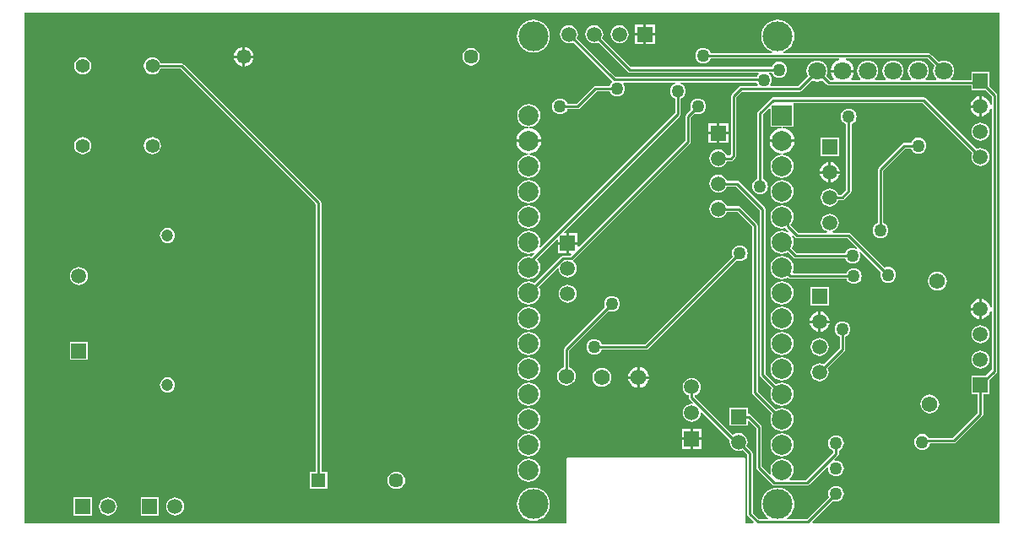
<source format=gbl>
G04*
G04 #@! TF.GenerationSoftware,Altium Limited,Altium Designer,20.0.2 (26)*
G04*
G04 Layer_Physical_Order=2*
G04 Layer_Color=16711680*
%FSLAX44Y44*%
%MOMM*%
G71*
G01*
G75*
%ADD14C,0.2540*%
%ADD39C,1.5700*%
%ADD47C,1.4500*%
%ADD48R,1.4500X1.4500*%
%ADD51C,1.4930*%
%ADD52R,1.4930X1.4930*%
%ADD53C,1.5000*%
%ADD54R,1.5000X1.5000*%
%ADD55C,1.2690*%
%ADD56R,1.5000X1.5000*%
%ADD57R,2.0000X2.0000*%
%ADD58C,2.0000*%
%ADD59C,3.0000*%
%ADD60C,1.8000*%
%ADD61C,1.4000*%
%ADD62C,1.2000*%
%ADD63C,1.2700*%
G36*
X1287780Y758190D02*
X1100422D01*
X1099936Y759363D01*
X1120775Y780202D01*
X1121897Y779737D01*
X1123950Y779467D01*
X1126003Y779737D01*
X1127916Y780530D01*
X1129559Y781791D01*
X1130820Y783434D01*
X1131612Y785347D01*
X1131883Y787400D01*
X1131612Y789453D01*
X1130820Y791366D01*
X1129559Y793009D01*
X1127916Y794270D01*
X1126003Y795062D01*
X1123950Y795333D01*
X1121897Y795062D01*
X1119984Y794270D01*
X1118341Y793009D01*
X1117080Y791366D01*
X1116288Y789453D01*
X1116017Y787400D01*
X1116288Y785347D01*
X1116752Y784225D01*
X1094552Y762025D01*
X1074979D01*
X1074959Y762104D01*
X1074847Y763295D01*
X1077208Y765232D01*
X1079272Y767748D01*
X1080806Y770618D01*
X1081751Y773732D01*
X1082070Y776970D01*
X1081751Y780209D01*
X1080806Y783323D01*
X1079272Y786192D01*
X1077208Y788708D01*
X1074692Y790772D01*
X1071823Y792306D01*
X1068708Y793251D01*
X1065470Y793570D01*
X1062232Y793251D01*
X1059118Y792306D01*
X1056248Y790772D01*
X1053732Y788708D01*
X1051668Y786192D01*
X1050134Y783323D01*
X1049189Y780209D01*
X1048870Y776970D01*
X1049189Y773732D01*
X1050134Y770618D01*
X1051668Y767748D01*
X1053732Y765232D01*
X1056093Y763295D01*
X1055981Y762104D01*
X1055961Y762025D01*
X1046668D01*
X1040435Y768258D01*
Y828040D01*
X1040218Y829129D01*
X1039601Y830051D01*
X1034242Y835411D01*
X1034948Y837115D01*
X1035258Y839470D01*
X1034948Y841825D01*
X1034039Y844019D01*
X1032593Y845903D01*
X1030709Y847349D01*
X1028515Y848258D01*
X1026160Y848568D01*
X1023805Y848258D01*
X1021611Y847349D01*
X1020566Y846547D01*
X982153Y884960D01*
X982299Y886251D01*
X983701Y886832D01*
X985578Y888272D01*
X987018Y890149D01*
X987924Y892335D01*
X988232Y894680D01*
X987924Y897026D01*
X987018Y899211D01*
X985578Y901088D01*
X983701Y902528D01*
X981516Y903434D01*
X979170Y903742D01*
X976824Y903434D01*
X974639Y902528D01*
X972762Y901088D01*
X971322Y899211D01*
X970416Y897026D01*
X970108Y894680D01*
X970416Y892335D01*
X971322Y890149D01*
X972762Y888272D01*
X974639Y886832D01*
X976325Y886133D01*
Y883920D01*
X976542Y882831D01*
X977159Y881909D01*
X980176Y878891D01*
X979583Y877688D01*
X979170Y877742D01*
X976824Y877434D01*
X974639Y876528D01*
X972762Y875088D01*
X971322Y873211D01*
X970416Y871025D01*
X970108Y868680D01*
X970416Y866335D01*
X971322Y864149D01*
X972762Y862272D01*
X974639Y860832D01*
X976824Y859926D01*
X979170Y859618D01*
X981516Y859926D01*
X983701Y860832D01*
X985578Y862272D01*
X987018Y864149D01*
X987924Y866335D01*
X988232Y868680D01*
X988178Y869093D01*
X989381Y869686D01*
X1017357Y841710D01*
X1017062Y839470D01*
X1017372Y837115D01*
X1018281Y834921D01*
X1019727Y833037D01*
X1021611Y831591D01*
X1023805Y830682D01*
X1026160Y830372D01*
X1028515Y830682D01*
X1030219Y831388D01*
X1034745Y826862D01*
Y767080D01*
X1034962Y765991D01*
X1035579Y765069D01*
X1041284Y759363D01*
X1040798Y758190D01*
X1033415D01*
Y821870D01*
X1032933Y823033D01*
X1031770Y823515D01*
X854870D01*
X853707Y823033D01*
X853225Y821870D01*
Y758190D01*
X309880Y758190D01*
X309880Y1270000D01*
X1287780D01*
X1287780Y758190D01*
D02*
G37*
%LPC*%
G36*
X942220Y1258450D02*
X933450D01*
Y1249680D01*
X942220D01*
Y1258450D01*
D02*
G37*
G36*
X930910D02*
X922140D01*
Y1249680D01*
X930910D01*
Y1258450D01*
D02*
G37*
G36*
X906780Y1257508D02*
X904425Y1257198D01*
X902231Y1256289D01*
X900347Y1254843D01*
X898901Y1252959D01*
X897992Y1250765D01*
X897682Y1248410D01*
X897992Y1246055D01*
X898901Y1243861D01*
X900347Y1241977D01*
X902231Y1240531D01*
X904425Y1239622D01*
X906780Y1239312D01*
X909135Y1239622D01*
X911329Y1240531D01*
X913213Y1241977D01*
X914659Y1243861D01*
X915568Y1246055D01*
X915878Y1248410D01*
X915568Y1250765D01*
X914659Y1252959D01*
X913213Y1254843D01*
X911329Y1256289D01*
X909135Y1257198D01*
X906780Y1257508D01*
D02*
G37*
G36*
X942220Y1247140D02*
X933450D01*
Y1238370D01*
X942220D01*
Y1247140D01*
D02*
G37*
G36*
X930910D02*
X922140D01*
Y1238370D01*
X930910D01*
Y1247140D01*
D02*
G37*
G36*
X820370Y1263070D02*
X817132Y1262751D01*
X814017Y1261806D01*
X811148Y1260272D01*
X808632Y1258208D01*
X806568Y1255692D01*
X805034Y1252822D01*
X804089Y1249708D01*
X803770Y1246470D01*
X804089Y1243232D01*
X805034Y1240117D01*
X806568Y1237248D01*
X808632Y1234732D01*
X811148Y1232668D01*
X814017Y1231134D01*
X817132Y1230189D01*
X820370Y1229870D01*
X823608Y1230189D01*
X826722Y1231134D01*
X829592Y1232668D01*
X832108Y1234732D01*
X834172Y1237248D01*
X835706Y1240117D01*
X836651Y1243232D01*
X836970Y1246470D01*
X836651Y1249708D01*
X835706Y1252822D01*
X834172Y1255692D01*
X832108Y1258208D01*
X829592Y1260272D01*
X826722Y1261806D01*
X823608Y1262751D01*
X820370Y1263070D01*
D02*
G37*
G36*
X1065470D02*
X1062232Y1262751D01*
X1059118Y1261806D01*
X1056248Y1260272D01*
X1053732Y1258208D01*
X1051668Y1255692D01*
X1050134Y1252822D01*
X1049189Y1249708D01*
X1048870Y1246470D01*
X1049189Y1243232D01*
X1050134Y1240117D01*
X1051668Y1237248D01*
X1053732Y1234732D01*
X1056248Y1232668D01*
X1059118Y1231134D01*
X1059774Y1230935D01*
X1059586Y1229665D01*
X997940D01*
X997474Y1230789D01*
X996213Y1232433D01*
X994569Y1233694D01*
X992654Y1234487D01*
X990600Y1234758D01*
X988546Y1234487D01*
X986631Y1233694D01*
X984987Y1232433D01*
X983726Y1230789D01*
X982933Y1228875D01*
X982662Y1226820D01*
X982933Y1224765D01*
X983726Y1222851D01*
X984987Y1221207D01*
X986631Y1219946D01*
X988546Y1219153D01*
X990600Y1218882D01*
X992654Y1219153D01*
X994569Y1219946D01*
X996213Y1221207D01*
X997474Y1222851D01*
X997940Y1223975D01*
X1126751D01*
X1127004Y1222705D01*
X1124480Y1221660D01*
X1122070Y1219810D01*
X1120220Y1217400D01*
X1119057Y1214593D01*
X1118828Y1212850D01*
X1130300D01*
X1141772D01*
X1141543Y1214593D01*
X1140380Y1217400D01*
X1138530Y1219810D01*
X1136120Y1221660D01*
X1133596Y1222705D01*
X1133849Y1223975D01*
X1215482D01*
X1216374Y1223084D01*
X1216374Y1223083D01*
X1222670Y1216787D01*
X1221651Y1214326D01*
X1221289Y1211580D01*
X1221651Y1208834D01*
X1222711Y1206275D01*
X1224397Y1204077D01*
X1224710Y1203837D01*
X1224301Y1202635D01*
X1214099D01*
X1213690Y1203837D01*
X1214003Y1204077D01*
X1215689Y1206275D01*
X1216749Y1208834D01*
X1217111Y1211580D01*
X1216749Y1214326D01*
X1215689Y1216885D01*
X1214003Y1219083D01*
X1211805Y1220769D01*
X1209246Y1221829D01*
X1206500Y1222191D01*
X1203754Y1221829D01*
X1201195Y1220769D01*
X1198997Y1219083D01*
X1197311Y1216885D01*
X1196251Y1214326D01*
X1195889Y1211580D01*
X1196251Y1208834D01*
X1197311Y1206275D01*
X1198997Y1204077D01*
X1199310Y1203837D01*
X1198901Y1202635D01*
X1188699D01*
X1188290Y1203837D01*
X1188603Y1204077D01*
X1190289Y1206275D01*
X1191349Y1208834D01*
X1191711Y1211580D01*
X1191349Y1214326D01*
X1190289Y1216885D01*
X1188603Y1219083D01*
X1186405Y1220769D01*
X1183846Y1221829D01*
X1181100Y1222191D01*
X1178354Y1221829D01*
X1175795Y1220769D01*
X1173597Y1219083D01*
X1171911Y1216885D01*
X1170851Y1214326D01*
X1170489Y1211580D01*
X1170851Y1208834D01*
X1171911Y1206275D01*
X1173597Y1204077D01*
X1173910Y1203837D01*
X1173501Y1202635D01*
X1163299D01*
X1162890Y1203837D01*
X1163203Y1204077D01*
X1164889Y1206275D01*
X1165949Y1208834D01*
X1166311Y1211580D01*
X1165949Y1214326D01*
X1164889Y1216885D01*
X1163203Y1219083D01*
X1161005Y1220769D01*
X1158446Y1221829D01*
X1155700Y1222191D01*
X1152954Y1221829D01*
X1150395Y1220769D01*
X1148197Y1219083D01*
X1146511Y1216885D01*
X1145451Y1214326D01*
X1145089Y1211580D01*
X1145451Y1208834D01*
X1146511Y1206275D01*
X1148197Y1204077D01*
X1148510Y1203837D01*
X1148101Y1202635D01*
X1139583D01*
X1138956Y1203905D01*
X1140380Y1205760D01*
X1141543Y1208568D01*
X1141772Y1210310D01*
X1130300D01*
X1118828D01*
X1119057Y1208568D01*
X1120220Y1205760D01*
X1121644Y1203905D01*
X1121017Y1202635D01*
X1117868D01*
X1114130Y1206373D01*
X1115149Y1208834D01*
X1115511Y1211580D01*
X1115149Y1214326D01*
X1114089Y1216885D01*
X1112403Y1219083D01*
X1110205Y1220769D01*
X1107646Y1221829D01*
X1104900Y1222191D01*
X1102154Y1221829D01*
X1099595Y1220769D01*
X1097397Y1219083D01*
X1095711Y1216885D01*
X1094651Y1214326D01*
X1094289Y1211580D01*
X1094651Y1208834D01*
X1095670Y1206373D01*
X1085692Y1196395D01*
X1058250D01*
X1057624Y1197665D01*
X1058434Y1198721D01*
X1059227Y1200636D01*
X1059498Y1202690D01*
X1059227Y1204744D01*
X1058434Y1206659D01*
X1057173Y1208303D01*
X1056609Y1208735D01*
X1057040Y1210005D01*
X1059460D01*
X1059926Y1208881D01*
X1061187Y1207237D01*
X1062831Y1205976D01*
X1064745Y1205183D01*
X1066800Y1204912D01*
X1068855Y1205183D01*
X1070769Y1205976D01*
X1072413Y1207237D01*
X1073674Y1208881D01*
X1074467Y1210796D01*
X1074738Y1212850D01*
X1074467Y1214904D01*
X1073674Y1216819D01*
X1072413Y1218463D01*
X1070769Y1219724D01*
X1068855Y1220517D01*
X1066800Y1220788D01*
X1064745Y1220517D01*
X1062831Y1219724D01*
X1061187Y1218463D01*
X1059926Y1216819D01*
X1059460Y1215695D01*
X918118D01*
X889462Y1244351D01*
X890168Y1246055D01*
X890478Y1248410D01*
X890168Y1250765D01*
X889259Y1252959D01*
X887813Y1254843D01*
X885929Y1256289D01*
X883735Y1257198D01*
X881380Y1257508D01*
X879025Y1257198D01*
X876831Y1256289D01*
X874947Y1254843D01*
X873501Y1252959D01*
X872592Y1250765D01*
X872282Y1248410D01*
X872592Y1246055D01*
X873501Y1243861D01*
X874947Y1241977D01*
X876831Y1240531D01*
X879025Y1239622D01*
X881380Y1239312D01*
X883735Y1239622D01*
X885439Y1240328D01*
X914929Y1210839D01*
X915851Y1210222D01*
X916940Y1210005D01*
X1046080D01*
X1046511Y1208735D01*
X1045947Y1208303D01*
X1044686Y1206659D01*
X1044323Y1205785D01*
X902628D01*
X864062Y1244351D01*
X864768Y1246055D01*
X865078Y1248410D01*
X864768Y1250765D01*
X863859Y1252959D01*
X862413Y1254843D01*
X860529Y1256289D01*
X858335Y1257198D01*
X855980Y1257508D01*
X853625Y1257198D01*
X851431Y1256289D01*
X849547Y1254843D01*
X848101Y1252959D01*
X847192Y1250765D01*
X846882Y1248410D01*
X847192Y1246055D01*
X848101Y1243861D01*
X849547Y1241977D01*
X851431Y1240531D01*
X853625Y1239622D01*
X855980Y1239312D01*
X858335Y1239622D01*
X860039Y1240328D01*
X899038Y1201329D01*
X899119Y1199791D01*
X898627Y1199413D01*
X897366Y1197769D01*
X896900Y1196645D01*
X882650D01*
X881561Y1196428D01*
X880639Y1195811D01*
X863692Y1178865D01*
X854430D01*
X853964Y1179989D01*
X852703Y1181633D01*
X851059Y1182894D01*
X849145Y1183687D01*
X847090Y1183958D01*
X845035Y1183687D01*
X843121Y1182894D01*
X841477Y1181633D01*
X840216Y1179989D01*
X839423Y1178074D01*
X839152Y1176020D01*
X839423Y1173966D01*
X840216Y1172051D01*
X841477Y1170407D01*
X843121Y1169146D01*
X845035Y1168353D01*
X847090Y1168082D01*
X849145Y1168353D01*
X851059Y1169146D01*
X852703Y1170407D01*
X853964Y1172051D01*
X854430Y1173175D01*
X864870D01*
X865959Y1173392D01*
X866881Y1174009D01*
X883828Y1190955D01*
X896900D01*
X897366Y1189831D01*
X898627Y1188187D01*
X900271Y1186926D01*
X902186Y1186133D01*
X904240Y1185862D01*
X906294Y1186133D01*
X908209Y1186926D01*
X909853Y1188187D01*
X911114Y1189831D01*
X911907Y1191746D01*
X912178Y1193800D01*
X911907Y1195854D01*
X911114Y1197769D01*
X910304Y1198825D01*
X910930Y1200095D01*
X962647D01*
X962899Y1198825D01*
X961231Y1198134D01*
X959587Y1196873D01*
X958326Y1195229D01*
X957533Y1193315D01*
X957262Y1191260D01*
X957533Y1189205D01*
X958326Y1187291D01*
X959587Y1185647D01*
X961231Y1184386D01*
X962355Y1183920D01*
Y1169474D01*
X827224Y1034343D01*
X826148Y1035062D01*
X826893Y1036863D01*
X827289Y1039870D01*
X826893Y1042877D01*
X825733Y1045680D01*
X823886Y1048086D01*
X821480Y1049933D01*
X818677Y1051094D01*
X815670Y1051489D01*
X812663Y1051094D01*
X809860Y1049933D01*
X807454Y1048086D01*
X805607Y1045680D01*
X804446Y1042877D01*
X804051Y1039870D01*
X804446Y1036863D01*
X805607Y1034060D01*
X807454Y1031654D01*
X809860Y1029807D01*
X812663Y1028647D01*
X815670Y1028251D01*
X818677Y1028647D01*
X820478Y1029392D01*
X821197Y1028316D01*
X818587Y1025705D01*
X815670Y1026089D01*
X812663Y1025694D01*
X809860Y1024533D01*
X807454Y1022686D01*
X805607Y1020280D01*
X804446Y1017477D01*
X804051Y1014470D01*
X804446Y1011463D01*
X805607Y1008660D01*
X807454Y1006254D01*
X809860Y1004407D01*
X812663Y1003247D01*
X815670Y1002851D01*
X818677Y1003247D01*
X821480Y1004407D01*
X823886Y1006254D01*
X825733Y1008660D01*
X826893Y1011463D01*
X827289Y1014470D01*
X826893Y1017477D01*
X825733Y1020280D01*
X823886Y1022686D01*
X823869Y1022942D01*
X843497Y1042569D01*
X844670Y1042083D01*
Y1040130D01*
X853440D01*
Y1048900D01*
X851487D01*
X851001Y1050073D01*
X967212Y1166284D01*
X967828Y1167207D01*
X968045Y1168296D01*
Y1183920D01*
X969169Y1184386D01*
X970813Y1185647D01*
X972074Y1187291D01*
X972867Y1189205D01*
X973138Y1191260D01*
X972867Y1193315D01*
X972074Y1195229D01*
X970813Y1196873D01*
X969169Y1198134D01*
X967501Y1198825D01*
X967753Y1200095D01*
X1044116D01*
X1044686Y1198721D01*
X1045496Y1197665D01*
X1044870Y1196395D01*
X1028450D01*
X1027362Y1196178D01*
X1026439Y1195562D01*
X1019069Y1188191D01*
X1018452Y1187269D01*
X1018235Y1186180D01*
Y1127966D01*
X1017064Y1126795D01*
X1014425D01*
X1013719Y1128499D01*
X1012273Y1130383D01*
X1010389Y1131829D01*
X1008195Y1132738D01*
X1005840Y1133048D01*
X1003485Y1132738D01*
X1001291Y1131829D01*
X999407Y1130383D01*
X997961Y1128499D01*
X997052Y1126305D01*
X996742Y1123950D01*
X997052Y1121595D01*
X997961Y1119401D01*
X999407Y1117517D01*
X1001291Y1116071D01*
X1003485Y1115162D01*
X1005840Y1114852D01*
X1008195Y1115162D01*
X1010389Y1116071D01*
X1012273Y1117517D01*
X1013719Y1119401D01*
X1014425Y1121105D01*
X1018243D01*
X1019331Y1121322D01*
X1020254Y1121939D01*
X1023091Y1124776D01*
X1023708Y1125699D01*
X1023925Y1126787D01*
Y1185002D01*
X1029628Y1190705D01*
X1086870D01*
X1087959Y1190922D01*
X1088882Y1191539D01*
X1099693Y1202350D01*
X1102154Y1201331D01*
X1104900Y1200969D01*
X1107646Y1201331D01*
X1110107Y1202350D01*
X1114678Y1197779D01*
X1115601Y1197162D01*
X1116690Y1196945D01*
X1259710D01*
Y1192400D01*
X1273727D01*
X1279855Y1186272D01*
Y1178163D01*
X1278585Y1178080D01*
X1278512Y1178641D01*
X1277500Y1181083D01*
X1275891Y1183181D01*
X1273793Y1184790D01*
X1271351Y1185802D01*
X1270000Y1185979D01*
Y1176020D01*
Y1166061D01*
X1271351Y1166238D01*
X1273793Y1167250D01*
X1275891Y1168859D01*
X1277500Y1170957D01*
X1278512Y1173399D01*
X1278585Y1173960D01*
X1279855Y1173877D01*
Y974963D01*
X1278585Y974880D01*
X1278512Y975441D01*
X1277500Y977883D01*
X1275891Y979981D01*
X1273793Y981590D01*
X1271351Y982602D01*
X1270000Y982779D01*
Y972820D01*
Y962861D01*
X1271351Y963038D01*
X1273793Y964050D01*
X1275891Y965659D01*
X1277500Y967757D01*
X1278512Y970199D01*
X1278585Y970760D01*
X1279855Y970677D01*
Y911768D01*
X1273727Y905640D01*
X1259710D01*
Y887600D01*
X1265885D01*
Y868588D01*
X1240882Y843585D01*
X1217073D01*
X1215923Y845083D01*
X1214279Y846344D01*
X1212365Y847137D01*
X1210310Y847408D01*
X1208255Y847137D01*
X1206341Y846344D01*
X1204697Y845083D01*
X1203436Y843439D01*
X1202643Y841525D01*
X1202372Y839470D01*
X1202643Y837415D01*
X1203436Y835501D01*
X1204697Y833857D01*
X1206341Y832596D01*
X1208255Y831803D01*
X1210310Y831532D01*
X1212365Y831803D01*
X1214279Y832596D01*
X1215923Y833857D01*
X1217184Y835501D01*
X1217977Y837415D01*
X1218040Y837895D01*
X1242060D01*
X1243149Y838112D01*
X1244071Y838729D01*
X1270741Y865399D01*
X1271358Y866321D01*
X1271575Y867410D01*
Y887600D01*
X1277750D01*
Y901617D01*
X1284711Y908578D01*
X1285328Y909501D01*
X1285545Y910590D01*
Y1187450D01*
X1285328Y1188539D01*
X1284711Y1189462D01*
X1277750Y1196423D01*
Y1210440D01*
X1259710D01*
Y1202635D01*
X1239499D01*
X1239090Y1203837D01*
X1239403Y1204077D01*
X1241089Y1206275D01*
X1242149Y1208834D01*
X1242511Y1211580D01*
X1242149Y1214326D01*
X1241089Y1216885D01*
X1239403Y1219083D01*
X1237205Y1220769D01*
X1234646Y1221829D01*
X1231900Y1222191D01*
X1229154Y1221829D01*
X1226693Y1220810D01*
X1220396Y1227106D01*
X1220396Y1227106D01*
X1218671Y1228831D01*
X1217749Y1229448D01*
X1216660Y1229665D01*
X1071354D01*
X1071166Y1230935D01*
X1071823Y1231134D01*
X1074692Y1232668D01*
X1077208Y1234732D01*
X1079272Y1237248D01*
X1080806Y1240117D01*
X1081751Y1243232D01*
X1082070Y1246470D01*
X1081751Y1249708D01*
X1080806Y1252822D01*
X1079272Y1255692D01*
X1077208Y1258208D01*
X1074692Y1260272D01*
X1071823Y1261806D01*
X1068708Y1262751D01*
X1065470Y1263070D01*
D02*
G37*
G36*
X531160Y1235667D02*
Y1227230D01*
X539597D01*
X539428Y1228516D01*
X538442Y1230897D01*
X536872Y1232942D01*
X534827Y1234512D01*
X532446Y1235498D01*
X531160Y1235667D01*
D02*
G37*
G36*
X528620Y1235667D02*
X527334Y1235498D01*
X524953Y1234512D01*
X522908Y1232942D01*
X521339Y1230897D01*
X520352Y1228516D01*
X520183Y1227230D01*
X528620D01*
Y1235667D01*
D02*
G37*
G36*
X757890Y1234806D02*
X755601Y1234504D01*
X753467Y1233621D01*
X751635Y1232215D01*
X750229Y1230383D01*
X749346Y1228249D01*
X749044Y1225960D01*
X749346Y1223671D01*
X750229Y1221537D01*
X751635Y1219705D01*
X753467Y1218299D01*
X755601Y1217416D01*
X757890Y1217114D01*
X760179Y1217416D01*
X762313Y1218299D01*
X764145Y1219705D01*
X765551Y1221537D01*
X766434Y1223671D01*
X766736Y1225960D01*
X766434Y1228249D01*
X765551Y1230383D01*
X764145Y1232215D01*
X762313Y1233621D01*
X760179Y1234504D01*
X757890Y1234806D01*
D02*
G37*
G36*
X539597Y1224690D02*
X531160D01*
Y1216253D01*
X532446Y1216422D01*
X534827Y1217409D01*
X536872Y1218978D01*
X538442Y1221023D01*
X539428Y1223404D01*
X539597Y1224690D01*
D02*
G37*
G36*
X528620D02*
X520183D01*
X520352Y1223404D01*
X521339Y1221023D01*
X522908Y1218978D01*
X524953Y1217409D01*
X527334Y1216422D01*
X528620Y1216253D01*
Y1224690D01*
D02*
G37*
G36*
X368300Y1225243D02*
X366076Y1224951D01*
X364003Y1224092D01*
X362224Y1222727D01*
X360858Y1220947D01*
X359999Y1218874D01*
X359707Y1216650D01*
X359999Y1214426D01*
X360858Y1212353D01*
X362224Y1210574D01*
X364003Y1209208D01*
X366076Y1208349D01*
X368300Y1208057D01*
X370524Y1208349D01*
X372597Y1209208D01*
X374376Y1210574D01*
X375742Y1212353D01*
X376601Y1214426D01*
X376893Y1216650D01*
X376601Y1218874D01*
X375742Y1220947D01*
X374376Y1222727D01*
X372597Y1224092D01*
X370524Y1224951D01*
X368300Y1225243D01*
D02*
G37*
G36*
X1267460Y1185979D02*
X1266109Y1185802D01*
X1263667Y1184790D01*
X1261569Y1183181D01*
X1259960Y1181083D01*
X1258948Y1178641D01*
X1258771Y1177290D01*
X1267460D01*
Y1185979D01*
D02*
G37*
G36*
X985520Y1183958D02*
X983465Y1183687D01*
X981551Y1182894D01*
X979907Y1181633D01*
X978646Y1179989D01*
X977853Y1178074D01*
X977582Y1176020D01*
X977853Y1173966D01*
X978318Y1172841D01*
X973349Y1167871D01*
X972732Y1166949D01*
X972515Y1165860D01*
Y1141743D01*
X865923Y1035151D01*
X864750Y1035637D01*
Y1037590D01*
X855980D01*
Y1028820D01*
X857933D01*
X858419Y1027647D01*
X857367Y1026594D01*
X850350D01*
X849261Y1026378D01*
X848338Y1025761D01*
X821610Y999033D01*
X821480Y999133D01*
X818677Y1000294D01*
X815670Y1000689D01*
X812663Y1000294D01*
X809860Y999133D01*
X807454Y997286D01*
X805607Y994880D01*
X804446Y992077D01*
X804051Y989070D01*
X804446Y986063D01*
X805607Y983260D01*
X807454Y980854D01*
X809860Y979007D01*
X812663Y977847D01*
X815670Y977451D01*
X818677Y977847D01*
X821480Y979007D01*
X823886Y980854D01*
X825733Y983260D01*
X826893Y986063D01*
X827289Y989070D01*
X826893Y992077D01*
X825733Y994880D01*
X825633Y995010D01*
X844513Y1013890D01*
X845643Y1013224D01*
X845922Y1011105D01*
X846831Y1008911D01*
X848277Y1007027D01*
X850161Y1005581D01*
X852355Y1004672D01*
X854710Y1004362D01*
X857065Y1004672D01*
X859259Y1005581D01*
X861143Y1007027D01*
X862589Y1008911D01*
X863498Y1011105D01*
X863808Y1013460D01*
X863498Y1015815D01*
X862589Y1018009D01*
X861143Y1019893D01*
X860649Y1020272D01*
X860567Y1021577D01*
X860673Y1021855D01*
X977371Y1138553D01*
X977988Y1139476D01*
X978205Y1140564D01*
Y1164682D01*
X982341Y1168818D01*
X983465Y1168353D01*
X985520Y1168082D01*
X987574Y1168353D01*
X989489Y1169146D01*
X991133Y1170407D01*
X992394Y1172051D01*
X993187Y1173966D01*
X993458Y1176020D01*
X993187Y1178074D01*
X992394Y1179989D01*
X991133Y1181633D01*
X989489Y1182894D01*
X987574Y1183687D01*
X985520Y1183958D01*
D02*
G37*
G36*
X1267460Y1174750D02*
X1258771D01*
X1258948Y1173399D01*
X1259960Y1170957D01*
X1261569Y1168859D01*
X1263667Y1167250D01*
X1266109Y1166238D01*
X1267460Y1166061D01*
Y1174750D01*
D02*
G37*
G36*
X1015880Y1159390D02*
X1007110D01*
Y1150620D01*
X1015880D01*
Y1159390D01*
D02*
G37*
G36*
X1004570D02*
X995800D01*
Y1150620D01*
X1004570D01*
Y1159390D01*
D02*
G37*
G36*
X815670Y1178489D02*
X812663Y1178093D01*
X809860Y1176933D01*
X807454Y1175086D01*
X805607Y1172680D01*
X804446Y1169877D01*
X804051Y1166870D01*
X804446Y1163863D01*
X805607Y1161060D01*
X807454Y1158654D01*
X809860Y1156807D01*
X812663Y1155647D01*
X814971Y1155343D01*
X815106Y1155325D01*
Y1154044D01*
X814971Y1154026D01*
X812396Y1153687D01*
X809346Y1152424D01*
X806726Y1150414D01*
X804716Y1147794D01*
X803453Y1144744D01*
X803189Y1142740D01*
X815670D01*
X828151D01*
X827887Y1144744D01*
X826624Y1147794D01*
X824614Y1150414D01*
X821994Y1152424D01*
X818944Y1153687D01*
X816369Y1154026D01*
X816234Y1154044D01*
Y1155325D01*
X816369Y1155343D01*
X818677Y1155647D01*
X821480Y1156807D01*
X823886Y1158654D01*
X825733Y1161060D01*
X826893Y1163863D01*
X827289Y1166870D01*
X826893Y1169877D01*
X825733Y1172680D01*
X823886Y1175086D01*
X821480Y1176933D01*
X818677Y1178093D01*
X815670Y1178489D01*
D02*
G37*
G36*
X1268730Y1159718D02*
X1266375Y1159408D01*
X1264181Y1158499D01*
X1262297Y1157053D01*
X1260851Y1155169D01*
X1259942Y1152975D01*
X1259632Y1150620D01*
X1259942Y1148265D01*
X1260851Y1146071D01*
X1262297Y1144187D01*
X1264181Y1142741D01*
X1266375Y1141832D01*
X1268730Y1141522D01*
X1271085Y1141832D01*
X1273279Y1142741D01*
X1275163Y1144187D01*
X1276609Y1146071D01*
X1277518Y1148265D01*
X1277828Y1150620D01*
X1277518Y1152975D01*
X1276609Y1155169D01*
X1275163Y1157053D01*
X1273279Y1158499D01*
X1271085Y1159408D01*
X1268730Y1159718D01*
D02*
G37*
G36*
X1015880Y1148080D02*
X1007110D01*
Y1139310D01*
X1015880D01*
Y1148080D01*
D02*
G37*
G36*
X1004570D02*
X995800D01*
Y1139310D01*
X1004570D01*
Y1148080D01*
D02*
G37*
G36*
X1206500Y1144588D02*
X1204445Y1144317D01*
X1202531Y1143524D01*
X1200887Y1142263D01*
X1199626Y1140619D01*
X1199160Y1139495D01*
X1192530D01*
X1191441Y1139278D01*
X1190519Y1138661D01*
X1166389Y1114531D01*
X1165772Y1113609D01*
X1165555Y1112520D01*
Y1058900D01*
X1164431Y1058434D01*
X1162787Y1057173D01*
X1161526Y1055529D01*
X1160733Y1053615D01*
X1160462Y1051560D01*
X1160733Y1049505D01*
X1161526Y1047591D01*
X1162787Y1045947D01*
X1164431Y1044686D01*
X1166346Y1043893D01*
X1168400Y1043622D01*
X1170454Y1043893D01*
X1172369Y1044686D01*
X1174013Y1045947D01*
X1175274Y1047591D01*
X1176067Y1049505D01*
X1176338Y1051560D01*
X1176067Y1053615D01*
X1175274Y1055529D01*
X1174013Y1057173D01*
X1172369Y1058434D01*
X1171245Y1058900D01*
Y1111342D01*
X1193708Y1133805D01*
X1199160D01*
X1199626Y1132681D01*
X1200887Y1131037D01*
X1202531Y1129776D01*
X1204445Y1128983D01*
X1206500Y1128712D01*
X1208555Y1128983D01*
X1210469Y1129776D01*
X1212113Y1131037D01*
X1213374Y1132681D01*
X1214167Y1134595D01*
X1214438Y1136650D01*
X1214167Y1138705D01*
X1213374Y1140619D01*
X1212113Y1142263D01*
X1210469Y1143524D01*
X1208555Y1144317D01*
X1206500Y1144588D01*
D02*
G37*
G36*
X438300Y1145243D02*
X436076Y1144951D01*
X434003Y1144092D01*
X432224Y1142727D01*
X430858Y1140947D01*
X429999Y1138874D01*
X429707Y1136650D01*
X429999Y1134426D01*
X430858Y1132353D01*
X432224Y1130574D01*
X434003Y1129208D01*
X436076Y1128349D01*
X438300Y1128057D01*
X440524Y1128349D01*
X442597Y1129208D01*
X444376Y1130574D01*
X445742Y1132353D01*
X446601Y1134426D01*
X446893Y1136650D01*
X446601Y1138874D01*
X445742Y1140947D01*
X444376Y1142727D01*
X442597Y1144092D01*
X440524Y1144951D01*
X438300Y1145243D01*
D02*
G37*
G36*
X368300D02*
X366076Y1144951D01*
X364003Y1144092D01*
X362224Y1142727D01*
X360858Y1140947D01*
X359999Y1138874D01*
X359707Y1136650D01*
X359999Y1134426D01*
X360858Y1132353D01*
X362224Y1130574D01*
X364003Y1129208D01*
X366076Y1128349D01*
X368300Y1128057D01*
X370524Y1128349D01*
X372597Y1129208D01*
X374376Y1130574D01*
X375742Y1132353D01*
X376601Y1134426D01*
X376893Y1136650D01*
X376601Y1138874D01*
X375742Y1140947D01*
X374376Y1142727D01*
X372597Y1144092D01*
X370524Y1144951D01*
X368300Y1145243D01*
D02*
G37*
G36*
X1126620Y1144400D02*
X1108580D01*
Y1126360D01*
X1126620D01*
Y1144400D01*
D02*
G37*
G36*
X1211580Y1185215D02*
X1061224D01*
X1060136Y1184998D01*
X1059213Y1184381D01*
X1045739Y1170907D01*
X1045122Y1169984D01*
X1044905Y1168896D01*
Y1103350D01*
X1043781Y1102884D01*
X1042137Y1101623D01*
X1040876Y1099979D01*
X1040083Y1098064D01*
X1039812Y1096010D01*
X1040083Y1093956D01*
X1040876Y1092041D01*
X1042137Y1090397D01*
X1043781Y1089136D01*
X1045695Y1088343D01*
X1047750Y1088072D01*
X1049805Y1088343D01*
X1051719Y1089136D01*
X1053363Y1090397D01*
X1054624Y1092041D01*
X1055417Y1093956D01*
X1055688Y1096010D01*
X1055417Y1098064D01*
X1054624Y1099979D01*
X1053363Y1101623D01*
X1051719Y1102884D01*
X1050595Y1103350D01*
Y1167717D01*
X1056977Y1174100D01*
X1058150Y1173613D01*
Y1155350D01*
X1069297D01*
X1069380Y1154080D01*
X1068749Y1153997D01*
X1066396Y1153687D01*
X1063346Y1152424D01*
X1060726Y1150414D01*
X1058716Y1147794D01*
X1057453Y1144744D01*
X1057189Y1142740D01*
X1069670D01*
X1082151D01*
X1081887Y1144744D01*
X1080624Y1147794D01*
X1078614Y1150414D01*
X1075994Y1152424D01*
X1072944Y1153687D01*
X1070591Y1153997D01*
X1069960Y1154080D01*
X1070043Y1155350D01*
X1081190D01*
Y1178390D01*
X1081190D01*
X1081515Y1179525D01*
X1210402D01*
X1260648Y1129279D01*
X1259942Y1127575D01*
X1259632Y1125220D01*
X1259942Y1122865D01*
X1260851Y1120671D01*
X1262297Y1118787D01*
X1264181Y1117341D01*
X1266375Y1116432D01*
X1268730Y1116122D01*
X1271085Y1116432D01*
X1273279Y1117341D01*
X1275163Y1118787D01*
X1276609Y1120671D01*
X1277518Y1122865D01*
X1277828Y1125220D01*
X1277518Y1127575D01*
X1276609Y1129769D01*
X1275163Y1131653D01*
X1273279Y1133099D01*
X1271085Y1134008D01*
X1268730Y1134318D01*
X1266375Y1134008D01*
X1264671Y1133302D01*
X1213591Y1184381D01*
X1212669Y1184998D01*
X1211580Y1185215D01*
D02*
G37*
G36*
X1118870Y1119939D02*
Y1111250D01*
X1127559D01*
X1127382Y1112601D01*
X1126370Y1115043D01*
X1124761Y1117141D01*
X1122663Y1118750D01*
X1120221Y1119762D01*
X1118870Y1119939D01*
D02*
G37*
G36*
X1116330D02*
X1114979Y1119762D01*
X1112537Y1118750D01*
X1110439Y1117141D01*
X1108830Y1115043D01*
X1107818Y1112601D01*
X1107641Y1111250D01*
X1116330D01*
Y1119939D01*
D02*
G37*
G36*
X1082151Y1140200D02*
X1069670D01*
X1057189D01*
X1057453Y1138196D01*
X1058716Y1135146D01*
X1060726Y1132526D01*
X1063346Y1130516D01*
X1066396Y1129253D01*
X1068971Y1128914D01*
X1069106Y1128896D01*
Y1127615D01*
X1068971Y1127597D01*
X1066663Y1127293D01*
X1063860Y1126133D01*
X1061454Y1124286D01*
X1059607Y1121880D01*
X1058447Y1119077D01*
X1058051Y1116070D01*
X1058447Y1113063D01*
X1059607Y1110260D01*
X1061454Y1107854D01*
X1063860Y1106007D01*
X1066663Y1104847D01*
X1069670Y1104451D01*
X1072677Y1104847D01*
X1075480Y1106007D01*
X1077886Y1107854D01*
X1079733Y1110260D01*
X1080893Y1113063D01*
X1081289Y1116070D01*
X1080893Y1119077D01*
X1079733Y1121880D01*
X1077886Y1124286D01*
X1075480Y1126133D01*
X1072677Y1127293D01*
X1070369Y1127597D01*
X1070234Y1127615D01*
Y1128896D01*
X1070369Y1128914D01*
X1072944Y1129253D01*
X1075994Y1130516D01*
X1078614Y1132526D01*
X1080624Y1135146D01*
X1081887Y1138196D01*
X1082151Y1140200D01*
D02*
G37*
G36*
X828151D02*
X815670D01*
X803189D01*
X803453Y1138196D01*
X804716Y1135146D01*
X806726Y1132526D01*
X809346Y1130516D01*
X812396Y1129253D01*
X814971Y1128914D01*
X815106Y1128896D01*
Y1127615D01*
X814971Y1127597D01*
X812663Y1127293D01*
X809860Y1126133D01*
X807454Y1124286D01*
X805607Y1121880D01*
X804446Y1119077D01*
X804051Y1116070D01*
X804446Y1113063D01*
X805607Y1110260D01*
X807454Y1107854D01*
X809860Y1106007D01*
X812663Y1104847D01*
X815670Y1104451D01*
X818677Y1104847D01*
X821480Y1106007D01*
X823886Y1107854D01*
X825733Y1110260D01*
X826893Y1113063D01*
X827289Y1116070D01*
X826893Y1119077D01*
X825733Y1121880D01*
X823886Y1124286D01*
X821480Y1126133D01*
X818677Y1127293D01*
X816369Y1127597D01*
X816234Y1127615D01*
Y1128896D01*
X816369Y1128914D01*
X818944Y1129253D01*
X821994Y1130516D01*
X824614Y1132526D01*
X826624Y1135146D01*
X827887Y1138196D01*
X828151Y1140200D01*
D02*
G37*
G36*
X1127559Y1108710D02*
X1118870D01*
Y1100021D01*
X1120221Y1100198D01*
X1122663Y1101210D01*
X1124761Y1102819D01*
X1126370Y1104917D01*
X1127382Y1107359D01*
X1127559Y1108710D01*
D02*
G37*
G36*
X1116330D02*
X1107641D01*
X1107818Y1107359D01*
X1108830Y1104917D01*
X1110439Y1102819D01*
X1112537Y1101210D01*
X1114979Y1100198D01*
X1116330Y1100021D01*
Y1108710D01*
D02*
G37*
G36*
X1136650Y1173798D02*
X1134595Y1173527D01*
X1132681Y1172734D01*
X1131037Y1171473D01*
X1129776Y1169829D01*
X1128983Y1167915D01*
X1128712Y1165860D01*
X1128983Y1163805D01*
X1129776Y1161891D01*
X1131037Y1160247D01*
X1132681Y1158986D01*
X1133805Y1158520D01*
Y1092406D01*
X1128824Y1087425D01*
X1126185D01*
X1125479Y1089129D01*
X1124033Y1091013D01*
X1122149Y1092459D01*
X1119955Y1093368D01*
X1117600Y1093678D01*
X1115245Y1093368D01*
X1113051Y1092459D01*
X1111167Y1091013D01*
X1109721Y1089129D01*
X1108812Y1086935D01*
X1108502Y1084580D01*
X1108812Y1082225D01*
X1109721Y1080031D01*
X1111167Y1078147D01*
X1113051Y1076701D01*
X1115245Y1075792D01*
X1117600Y1075482D01*
X1119955Y1075792D01*
X1122149Y1076701D01*
X1124033Y1078147D01*
X1125479Y1080031D01*
X1126185Y1081735D01*
X1130003D01*
X1131091Y1081952D01*
X1132014Y1082569D01*
X1138661Y1089216D01*
X1139278Y1090139D01*
X1139495Y1091227D01*
Y1158520D01*
X1140619Y1158986D01*
X1142263Y1160247D01*
X1143524Y1161891D01*
X1144317Y1163805D01*
X1144588Y1165860D01*
X1144317Y1167915D01*
X1143524Y1169829D01*
X1142263Y1171473D01*
X1140619Y1172734D01*
X1138705Y1173527D01*
X1136650Y1173798D01*
D02*
G37*
G36*
X1069670Y1102289D02*
X1066663Y1101893D01*
X1063860Y1100733D01*
X1061454Y1098886D01*
X1059607Y1096480D01*
X1058447Y1093677D01*
X1058051Y1090670D01*
X1058447Y1087663D01*
X1059607Y1084860D01*
X1061454Y1082454D01*
X1063860Y1080607D01*
X1066663Y1079447D01*
X1069670Y1079051D01*
X1072677Y1079447D01*
X1075480Y1080607D01*
X1077886Y1082454D01*
X1079733Y1084860D01*
X1080893Y1087663D01*
X1081289Y1090670D01*
X1080893Y1093677D01*
X1079733Y1096480D01*
X1077886Y1098886D01*
X1075480Y1100733D01*
X1072677Y1101893D01*
X1069670Y1102289D01*
D02*
G37*
G36*
X815670D02*
X812663Y1101893D01*
X809860Y1100733D01*
X807454Y1098886D01*
X805607Y1096480D01*
X804446Y1093677D01*
X804051Y1090670D01*
X804446Y1087663D01*
X805607Y1084860D01*
X807454Y1082454D01*
X809860Y1080607D01*
X812663Y1079447D01*
X815670Y1079051D01*
X818677Y1079447D01*
X821480Y1080607D01*
X823886Y1082454D01*
X825733Y1084860D01*
X826893Y1087663D01*
X827289Y1090670D01*
X826893Y1093677D01*
X825733Y1096480D01*
X823886Y1098886D01*
X821480Y1100733D01*
X818677Y1101893D01*
X815670Y1102289D01*
D02*
G37*
G36*
Y1076889D02*
X812663Y1076494D01*
X809860Y1075333D01*
X807454Y1073486D01*
X805607Y1071080D01*
X804446Y1068277D01*
X804051Y1065270D01*
X804446Y1062263D01*
X805607Y1059460D01*
X807454Y1057054D01*
X809860Y1055207D01*
X812663Y1054047D01*
X815670Y1053651D01*
X818677Y1054047D01*
X821480Y1055207D01*
X823886Y1057054D01*
X825733Y1059460D01*
X826893Y1062263D01*
X827289Y1065270D01*
X826893Y1068277D01*
X825733Y1071080D01*
X823886Y1073486D01*
X821480Y1075333D01*
X818677Y1076494D01*
X815670Y1076889D01*
D02*
G37*
G36*
X1069670D02*
X1066663Y1076494D01*
X1063860Y1075333D01*
X1061454Y1073486D01*
X1059607Y1071080D01*
X1058447Y1068277D01*
X1058051Y1065270D01*
X1058447Y1062263D01*
X1059607Y1059460D01*
X1061454Y1057054D01*
X1063860Y1055207D01*
X1066663Y1054047D01*
X1069670Y1053651D01*
X1072677Y1054047D01*
X1072925Y1054149D01*
X1072999Y1054039D01*
X1075907Y1051130D01*
X1075187Y1050054D01*
X1072677Y1051094D01*
X1069670Y1051489D01*
X1066663Y1051094D01*
X1063860Y1049933D01*
X1061454Y1048086D01*
X1059607Y1045680D01*
X1058447Y1042877D01*
X1058051Y1039870D01*
X1058447Y1036863D01*
X1059607Y1034060D01*
X1061454Y1031654D01*
X1063860Y1029807D01*
X1066663Y1028647D01*
X1069670Y1028251D01*
X1072677Y1028647D01*
X1075480Y1029807D01*
X1075610Y1029907D01*
X1081369Y1024148D01*
X1082291Y1023532D01*
X1083380Y1023315D01*
X1133120D01*
X1133586Y1022191D01*
X1134847Y1020547D01*
X1136491Y1019286D01*
X1138406Y1018493D01*
X1140460Y1018222D01*
X1142514Y1018493D01*
X1144429Y1019286D01*
X1146073Y1020547D01*
X1147334Y1022191D01*
X1148127Y1024106D01*
X1148398Y1026160D01*
X1148127Y1028214D01*
X1147442Y1029869D01*
X1148519Y1030589D01*
X1168818Y1010289D01*
X1168353Y1009165D01*
X1168082Y1007110D01*
X1168353Y1005055D01*
X1169146Y1003141D01*
X1170407Y1001497D01*
X1172051Y1000236D01*
X1173966Y999443D01*
X1176020Y999172D01*
X1178074Y999443D01*
X1179989Y1000236D01*
X1181633Y1001497D01*
X1182894Y1003141D01*
X1183687Y1005055D01*
X1183958Y1007110D01*
X1183687Y1009165D01*
X1182894Y1011079D01*
X1181633Y1012723D01*
X1179989Y1013984D01*
X1178074Y1014777D01*
X1176020Y1015048D01*
X1173966Y1014777D01*
X1172841Y1014312D01*
X1138661Y1048491D01*
X1137739Y1049108D01*
X1136650Y1049325D01*
X1120696D01*
X1120443Y1050595D01*
X1122149Y1051301D01*
X1124033Y1052747D01*
X1125479Y1054631D01*
X1126388Y1056825D01*
X1126698Y1059180D01*
X1126388Y1061535D01*
X1125479Y1063729D01*
X1124033Y1065613D01*
X1122149Y1067059D01*
X1119955Y1067968D01*
X1117600Y1068278D01*
X1115245Y1067968D01*
X1113051Y1067059D01*
X1111167Y1065613D01*
X1109721Y1063729D01*
X1108812Y1061535D01*
X1108502Y1059180D01*
X1108812Y1056825D01*
X1109721Y1054631D01*
X1111167Y1052747D01*
X1113051Y1051301D01*
X1114757Y1050595D01*
X1114504Y1049325D01*
X1085758D01*
X1077948Y1057135D01*
X1079733Y1059460D01*
X1080893Y1062263D01*
X1081289Y1065270D01*
X1080893Y1068277D01*
X1079733Y1071080D01*
X1077886Y1073486D01*
X1075480Y1075333D01*
X1072677Y1076494D01*
X1069670Y1076889D01*
D02*
G37*
G36*
X864750Y1048900D02*
X855980D01*
Y1040130D01*
X864750D01*
Y1048900D01*
D02*
G37*
G36*
X453390Y1054135D02*
X451427Y1053876D01*
X449598Y1053119D01*
X448027Y1051913D01*
X446821Y1050342D01*
X446064Y1048513D01*
X445805Y1046550D01*
X446064Y1044587D01*
X446821Y1042758D01*
X448027Y1041187D01*
X449598Y1039981D01*
X451427Y1039224D01*
X453390Y1038965D01*
X455353Y1039224D01*
X457182Y1039981D01*
X458753Y1041187D01*
X459959Y1042758D01*
X460716Y1044587D01*
X460975Y1046550D01*
X460716Y1048513D01*
X459959Y1050342D01*
X458753Y1051913D01*
X457182Y1053119D01*
X455353Y1053876D01*
X453390Y1054135D01*
D02*
G37*
G36*
X853440Y1037590D02*
X844670D01*
Y1028820D01*
X853440D01*
Y1037590D01*
D02*
G37*
G36*
X1027430Y1036638D02*
X1025376Y1036367D01*
X1023461Y1035574D01*
X1021817Y1034313D01*
X1020556Y1032669D01*
X1019763Y1030754D01*
X1019492Y1028700D01*
X1019763Y1026646D01*
X1020228Y1025521D01*
X932272Y937565D01*
X888720D01*
X888254Y938689D01*
X886993Y940333D01*
X885349Y941594D01*
X883435Y942387D01*
X881380Y942658D01*
X879325Y942387D01*
X877411Y941594D01*
X875767Y940333D01*
X874506Y938689D01*
X873713Y936775D01*
X873442Y934720D01*
X873713Y932665D01*
X874506Y930751D01*
X875767Y929107D01*
X877411Y927846D01*
X879325Y927053D01*
X881380Y926782D01*
X883435Y927053D01*
X885349Y927846D01*
X886993Y929107D01*
X888254Y930751D01*
X888720Y931875D01*
X933450D01*
X934539Y932092D01*
X935461Y932709D01*
X1024251Y1021498D01*
X1025376Y1021033D01*
X1027430Y1020762D01*
X1029484Y1021033D01*
X1031399Y1021826D01*
X1033043Y1023087D01*
X1034304Y1024731D01*
X1035097Y1026646D01*
X1035368Y1028700D01*
X1035097Y1030754D01*
X1034304Y1032669D01*
X1033043Y1034313D01*
X1031399Y1035574D01*
X1029484Y1036367D01*
X1027430Y1036638D01*
D02*
G37*
G36*
X1069670Y1026089D02*
X1066663Y1025694D01*
X1063860Y1024533D01*
X1061454Y1022686D01*
X1059607Y1020280D01*
X1058447Y1017477D01*
X1058051Y1014470D01*
X1058447Y1011463D01*
X1059607Y1008660D01*
X1061454Y1006254D01*
X1063860Y1004407D01*
X1066663Y1003247D01*
X1069670Y1002851D01*
X1072677Y1003247D01*
X1075480Y1004407D01*
X1075610Y1004507D01*
X1076289Y1003829D01*
X1077211Y1003212D01*
X1078300Y1002995D01*
X1134390D01*
X1134856Y1001871D01*
X1136117Y1000227D01*
X1137761Y998966D01*
X1139676Y998173D01*
X1141730Y997902D01*
X1143784Y998173D01*
X1145699Y998966D01*
X1147343Y1000227D01*
X1148604Y1001871D01*
X1149397Y1003785D01*
X1149668Y1005840D01*
X1149397Y1007895D01*
X1148604Y1009809D01*
X1147343Y1011453D01*
X1145699Y1012714D01*
X1143784Y1013507D01*
X1141730Y1013778D01*
X1139676Y1013507D01*
X1137761Y1012714D01*
X1136117Y1011453D01*
X1134856Y1009809D01*
X1134390Y1008685D01*
X1080886D01*
X1080180Y1009741D01*
X1080893Y1011463D01*
X1081289Y1014470D01*
X1080893Y1017477D01*
X1079733Y1020280D01*
X1077886Y1022686D01*
X1075480Y1024533D01*
X1072677Y1025694D01*
X1069670Y1026089D01*
D02*
G37*
G36*
X364490Y1015008D02*
X362135Y1014698D01*
X359941Y1013789D01*
X358057Y1012343D01*
X356611Y1010459D01*
X355702Y1008265D01*
X355392Y1005910D01*
X355702Y1003555D01*
X356611Y1001361D01*
X358057Y999477D01*
X359941Y998031D01*
X362135Y997122D01*
X364490Y996812D01*
X366845Y997122D01*
X369039Y998031D01*
X370923Y999477D01*
X372369Y1001361D01*
X373278Y1003555D01*
X373588Y1005910D01*
X373278Y1008265D01*
X372369Y1010459D01*
X370923Y1012343D01*
X369039Y1013789D01*
X366845Y1014698D01*
X364490Y1015008D01*
D02*
G37*
G36*
X1225550Y1010211D02*
X1223104Y1009889D01*
X1220825Y1008945D01*
X1218867Y1007443D01*
X1217365Y1005485D01*
X1216421Y1003206D01*
X1216099Y1000760D01*
X1216421Y998314D01*
X1217365Y996035D01*
X1218867Y994077D01*
X1220825Y992575D01*
X1223104Y991631D01*
X1225550Y991309D01*
X1227996Y991631D01*
X1230275Y992575D01*
X1232233Y994077D01*
X1233735Y996035D01*
X1234679Y998314D01*
X1235001Y1000760D01*
X1234679Y1003206D01*
X1233735Y1005485D01*
X1232233Y1007443D01*
X1230275Y1008945D01*
X1227996Y1009889D01*
X1225550Y1010211D01*
D02*
G37*
G36*
X854710Y997158D02*
X852355Y996848D01*
X850161Y995939D01*
X848277Y994493D01*
X846831Y992609D01*
X845922Y990415D01*
X845612Y988060D01*
X845922Y985705D01*
X846831Y983511D01*
X848277Y981627D01*
X850161Y980181D01*
X852355Y979272D01*
X854710Y978962D01*
X857065Y979272D01*
X859259Y980181D01*
X861143Y981627D01*
X862589Y983511D01*
X863498Y985705D01*
X863808Y988060D01*
X863498Y990415D01*
X862589Y992609D01*
X861143Y994493D01*
X859259Y995939D01*
X857065Y996848D01*
X854710Y997158D01*
D02*
G37*
G36*
X1069670Y1000689D02*
X1066663Y1000294D01*
X1063860Y999133D01*
X1061454Y997286D01*
X1059607Y994880D01*
X1058447Y992077D01*
X1058051Y989070D01*
X1058447Y986063D01*
X1059607Y983260D01*
X1061454Y980854D01*
X1063860Y979007D01*
X1066663Y977847D01*
X1069670Y977451D01*
X1072677Y977847D01*
X1075480Y979007D01*
X1077886Y980854D01*
X1079733Y983260D01*
X1080893Y986063D01*
X1081289Y989070D01*
X1080893Y992077D01*
X1079733Y994880D01*
X1077886Y997286D01*
X1075480Y999133D01*
X1072677Y1000294D01*
X1069670Y1000689D01*
D02*
G37*
G36*
X1116460Y994540D02*
X1098420D01*
Y976500D01*
X1116460D01*
Y994540D01*
D02*
G37*
G36*
X1267460Y982779D02*
X1266109Y982602D01*
X1263667Y981590D01*
X1261569Y979981D01*
X1259960Y977883D01*
X1258948Y975441D01*
X1258771Y974090D01*
X1267460D01*
Y982779D01*
D02*
G37*
G36*
X899160Y985838D02*
X897105Y985567D01*
X895191Y984774D01*
X893547Y983513D01*
X892286Y981869D01*
X891493Y979955D01*
X891222Y977900D01*
X891493Y975845D01*
X891958Y974721D01*
X851429Y934191D01*
X850812Y933269D01*
X850595Y932180D01*
Y914474D01*
X848715Y913695D01*
X846757Y912193D01*
X845255Y910235D01*
X844311Y907956D01*
X843989Y905510D01*
X844311Y903064D01*
X845255Y900785D01*
X846757Y898827D01*
X848715Y897325D01*
X850994Y896381D01*
X853440Y896059D01*
X855886Y896381D01*
X858165Y897325D01*
X860123Y898827D01*
X861625Y900785D01*
X862569Y903064D01*
X862891Y905510D01*
X862569Y907956D01*
X861625Y910235D01*
X860123Y912193D01*
X858165Y913695D01*
X856285Y914474D01*
Y931002D01*
X895981Y970698D01*
X897105Y970233D01*
X899160Y969962D01*
X901215Y970233D01*
X903129Y971026D01*
X904773Y972287D01*
X906034Y973931D01*
X906827Y975845D01*
X907098Y977900D01*
X906827Y979955D01*
X906034Y981869D01*
X904773Y983513D01*
X903129Y984774D01*
X901215Y985567D01*
X899160Y985838D01*
D02*
G37*
G36*
X1267460Y971550D02*
X1258771D01*
X1258948Y970199D01*
X1259960Y967757D01*
X1261569Y965659D01*
X1263667Y964050D01*
X1266109Y963038D01*
X1267460Y962861D01*
Y971550D01*
D02*
G37*
G36*
X1108710Y970079D02*
Y961390D01*
X1117399D01*
X1117222Y962741D01*
X1116210Y965183D01*
X1114601Y967281D01*
X1112503Y968890D01*
X1110061Y969902D01*
X1108710Y970079D01*
D02*
G37*
G36*
X1106170D02*
X1104819Y969902D01*
X1102377Y968890D01*
X1100279Y967281D01*
X1098670Y965183D01*
X1097658Y962741D01*
X1097481Y961390D01*
X1106170D01*
Y970079D01*
D02*
G37*
G36*
X1069670Y975289D02*
X1066663Y974893D01*
X1063860Y973733D01*
X1061454Y971886D01*
X1059607Y969480D01*
X1058447Y966677D01*
X1058051Y963670D01*
X1058447Y960663D01*
X1059607Y957860D01*
X1061454Y955454D01*
X1063860Y953607D01*
X1066663Y952447D01*
X1069670Y952051D01*
X1072677Y952447D01*
X1075480Y953607D01*
X1077886Y955454D01*
X1079733Y957860D01*
X1080893Y960663D01*
X1081289Y963670D01*
X1080893Y966677D01*
X1079733Y969480D01*
X1077886Y971886D01*
X1075480Y973733D01*
X1072677Y974893D01*
X1069670Y975289D01*
D02*
G37*
G36*
X815670D02*
X812663Y974893D01*
X809860Y973733D01*
X807454Y971886D01*
X805607Y969480D01*
X804446Y966677D01*
X804051Y963670D01*
X804446Y960663D01*
X805607Y957860D01*
X807454Y955454D01*
X809860Y953607D01*
X812663Y952447D01*
X815670Y952051D01*
X818677Y952447D01*
X821480Y953607D01*
X823886Y955454D01*
X825733Y957860D01*
X826893Y960663D01*
X827289Y963670D01*
X826893Y966677D01*
X825733Y969480D01*
X823886Y971886D01*
X821480Y973733D01*
X818677Y974893D01*
X815670Y975289D01*
D02*
G37*
G36*
X1117399Y958850D02*
X1108710D01*
Y950161D01*
X1110061Y950338D01*
X1112503Y951350D01*
X1114601Y952959D01*
X1116210Y955057D01*
X1117222Y957499D01*
X1117399Y958850D01*
D02*
G37*
G36*
X1106170D02*
X1097481D01*
X1097658Y957499D01*
X1098670Y955057D01*
X1100279Y952959D01*
X1102377Y951350D01*
X1104819Y950338D01*
X1106170Y950161D01*
Y958850D01*
D02*
G37*
G36*
X1268730Y956518D02*
X1266375Y956208D01*
X1264181Y955299D01*
X1262297Y953853D01*
X1260851Y951969D01*
X1259942Y949775D01*
X1259632Y947420D01*
X1259942Y945065D01*
X1260851Y942871D01*
X1262297Y940987D01*
X1264181Y939541D01*
X1266375Y938632D01*
X1268730Y938322D01*
X1271085Y938632D01*
X1273279Y939541D01*
X1275163Y940987D01*
X1276609Y942871D01*
X1277518Y945065D01*
X1277828Y947420D01*
X1277518Y949775D01*
X1276609Y951969D01*
X1275163Y953853D01*
X1273279Y955299D01*
X1271085Y956208D01*
X1268730Y956518D01*
D02*
G37*
G36*
X1069670Y949889D02*
X1066663Y949493D01*
X1063860Y948333D01*
X1061454Y946486D01*
X1059607Y944080D01*
X1058447Y941277D01*
X1058051Y938270D01*
X1058447Y935263D01*
X1059607Y932460D01*
X1061454Y930054D01*
X1063860Y928207D01*
X1066663Y927047D01*
X1069670Y926651D01*
X1072677Y927047D01*
X1075480Y928207D01*
X1077886Y930054D01*
X1079733Y932460D01*
X1080893Y935263D01*
X1081289Y938270D01*
X1080893Y941277D01*
X1079733Y944080D01*
X1077886Y946486D01*
X1075480Y948333D01*
X1072677Y949493D01*
X1069670Y949889D01*
D02*
G37*
G36*
X815670D02*
X812663Y949493D01*
X809860Y948333D01*
X807454Y946486D01*
X805607Y944080D01*
X804446Y941277D01*
X804051Y938270D01*
X804446Y935263D01*
X805607Y932460D01*
X807454Y930054D01*
X809860Y928207D01*
X812663Y927047D01*
X815670Y926651D01*
X818677Y927047D01*
X821480Y928207D01*
X823886Y930054D01*
X825733Y932460D01*
X826893Y935263D01*
X827289Y938270D01*
X826893Y941277D01*
X825733Y944080D01*
X823886Y946486D01*
X821480Y948333D01*
X818677Y949493D01*
X815670Y949889D01*
D02*
G37*
G36*
X1107440Y943818D02*
X1105085Y943508D01*
X1102891Y942599D01*
X1101007Y941153D01*
X1099561Y939269D01*
X1098652Y937075D01*
X1098342Y934720D01*
X1098652Y932365D01*
X1099561Y930171D01*
X1101007Y928287D01*
X1102891Y926841D01*
X1105085Y925932D01*
X1107440Y925622D01*
X1109795Y925932D01*
X1111989Y926841D01*
X1113873Y928287D01*
X1115319Y930171D01*
X1116228Y932365D01*
X1116538Y934720D01*
X1116228Y937075D01*
X1115319Y939269D01*
X1113873Y941153D01*
X1111989Y942599D01*
X1109795Y943508D01*
X1107440Y943818D01*
D02*
G37*
G36*
X373510Y939930D02*
X355470D01*
Y921890D01*
X373510D01*
Y939930D01*
D02*
G37*
G36*
X1130300Y960438D02*
X1128245Y960167D01*
X1126331Y959374D01*
X1124687Y958113D01*
X1123426Y956469D01*
X1122633Y954555D01*
X1122362Y952500D01*
X1122633Y950445D01*
X1123426Y948531D01*
X1124687Y946887D01*
X1126331Y945626D01*
X1127455Y945160D01*
Y933358D01*
X1111499Y917402D01*
X1109795Y918108D01*
X1107440Y918418D01*
X1105085Y918108D01*
X1102891Y917199D01*
X1101007Y915753D01*
X1099561Y913869D01*
X1098652Y911675D01*
X1098342Y909320D01*
X1098652Y906965D01*
X1099561Y904771D01*
X1101007Y902887D01*
X1102891Y901441D01*
X1105085Y900532D01*
X1107440Y900222D01*
X1109795Y900532D01*
X1111989Y901441D01*
X1113873Y902887D01*
X1115319Y904771D01*
X1116228Y906965D01*
X1116538Y909320D01*
X1116228Y911675D01*
X1115522Y913379D01*
X1132311Y930169D01*
X1132928Y931091D01*
X1133145Y932180D01*
Y945160D01*
X1134269Y945626D01*
X1135913Y946887D01*
X1137174Y948531D01*
X1137967Y950445D01*
X1138238Y952500D01*
X1137967Y954555D01*
X1137174Y956469D01*
X1135913Y958113D01*
X1134269Y959374D01*
X1132355Y960167D01*
X1130300Y960438D01*
D02*
G37*
G36*
X1268730Y931118D02*
X1266375Y930808D01*
X1264181Y929899D01*
X1262297Y928453D01*
X1260851Y926569D01*
X1259942Y924375D01*
X1259632Y922020D01*
X1259942Y919665D01*
X1260851Y917471D01*
X1262297Y915587D01*
X1264181Y914141D01*
X1266375Y913232D01*
X1268730Y912922D01*
X1271085Y913232D01*
X1273279Y914141D01*
X1275163Y915587D01*
X1276609Y917471D01*
X1277518Y919665D01*
X1277828Y922020D01*
X1277518Y924375D01*
X1276609Y926569D01*
X1275163Y928453D01*
X1273279Y929899D01*
X1271085Y930808D01*
X1268730Y931118D01*
D02*
G37*
G36*
X927100Y914553D02*
Y905510D01*
X936143D01*
X935953Y906952D01*
X934906Y909480D01*
X933240Y911650D01*
X931070Y913316D01*
X928542Y914363D01*
X927100Y914553D01*
D02*
G37*
G36*
X924560D02*
X923118Y914363D01*
X920590Y913316D01*
X918420Y911650D01*
X916754Y909480D01*
X915707Y906952D01*
X915518Y905510D01*
X924560D01*
Y914553D01*
D02*
G37*
G36*
X1069670Y924489D02*
X1066663Y924093D01*
X1063860Y922933D01*
X1061454Y921086D01*
X1059607Y918680D01*
X1058447Y915877D01*
X1058051Y912870D01*
X1058447Y909863D01*
X1059607Y907060D01*
X1061454Y904654D01*
X1063860Y902807D01*
X1066663Y901647D01*
X1069670Y901251D01*
X1072677Y901647D01*
X1075480Y902807D01*
X1077886Y904654D01*
X1079733Y907060D01*
X1080893Y909863D01*
X1081289Y912870D01*
X1080893Y915877D01*
X1079733Y918680D01*
X1077886Y921086D01*
X1075480Y922933D01*
X1072677Y924093D01*
X1069670Y924489D01*
D02*
G37*
G36*
X815670D02*
X812663Y924093D01*
X809860Y922933D01*
X807454Y921086D01*
X805607Y918680D01*
X804446Y915877D01*
X804051Y912870D01*
X804446Y909863D01*
X805607Y907060D01*
X807454Y904654D01*
X809860Y902807D01*
X812663Y901647D01*
X815670Y901251D01*
X818677Y901647D01*
X821480Y902807D01*
X823886Y904654D01*
X825733Y907060D01*
X826893Y909863D01*
X827289Y912870D01*
X826893Y915877D01*
X825733Y918680D01*
X823886Y921086D01*
X821480Y922933D01*
X818677Y924093D01*
X815670Y924489D01*
D02*
G37*
G36*
X889000Y913691D02*
X886554Y913369D01*
X884275Y912425D01*
X882317Y910923D01*
X880815Y908965D01*
X879871Y906686D01*
X879549Y904240D01*
X879871Y901794D01*
X880815Y899515D01*
X882317Y897557D01*
X884275Y896055D01*
X886554Y895111D01*
X889000Y894789D01*
X891446Y895111D01*
X893725Y896055D01*
X895683Y897557D01*
X897185Y899515D01*
X898129Y901794D01*
X898451Y904240D01*
X898129Y906686D01*
X897185Y908965D01*
X895683Y910923D01*
X893725Y912425D01*
X891446Y913369D01*
X889000Y913691D01*
D02*
G37*
G36*
X936143Y902970D02*
X927100D01*
Y893928D01*
X928542Y894117D01*
X931070Y895164D01*
X933240Y896830D01*
X934906Y899000D01*
X935953Y901528D01*
X936143Y902970D01*
D02*
G37*
G36*
X924560D02*
X915518D01*
X915707Y901528D01*
X916754Y899000D01*
X918420Y896830D01*
X920590Y895164D01*
X923118Y894117D01*
X924560Y893928D01*
Y902970D01*
D02*
G37*
G36*
X453390Y904135D02*
X451427Y903876D01*
X449598Y903119D01*
X448027Y901913D01*
X446821Y900342D01*
X446064Y898513D01*
X445805Y896550D01*
X446064Y894587D01*
X446821Y892758D01*
X448027Y891187D01*
X449598Y889981D01*
X451427Y889224D01*
X453390Y888965D01*
X455353Y889224D01*
X457182Y889981D01*
X458753Y891187D01*
X459959Y892758D01*
X460716Y894587D01*
X460975Y896550D01*
X460716Y898513D01*
X459959Y900342D01*
X458753Y901913D01*
X457182Y903119D01*
X455353Y903876D01*
X453390Y904135D01*
D02*
G37*
G36*
X1005840Y1107648D02*
X1003485Y1107338D01*
X1001291Y1106429D01*
X999407Y1104983D01*
X997961Y1103099D01*
X997052Y1100905D01*
X996742Y1098550D01*
X997052Y1096195D01*
X997961Y1094001D01*
X999407Y1092117D01*
X1001291Y1090671D01*
X1003485Y1089762D01*
X1005840Y1089452D01*
X1008195Y1089762D01*
X1010389Y1090671D01*
X1012273Y1092117D01*
X1013719Y1094001D01*
X1014425Y1095705D01*
X1023712D01*
X1047445Y1071972D01*
Y906850D01*
X1047662Y905761D01*
X1048279Y904839D01*
X1059707Y893410D01*
X1059607Y893280D01*
X1058447Y890477D01*
X1058051Y887470D01*
X1058447Y884463D01*
X1059607Y881660D01*
X1061454Y879254D01*
X1063860Y877407D01*
X1066663Y876247D01*
X1069670Y875851D01*
X1072677Y876247D01*
X1075480Y877407D01*
X1077886Y879254D01*
X1079733Y881660D01*
X1080893Y884463D01*
X1081289Y887470D01*
X1080893Y890477D01*
X1079733Y893280D01*
X1077886Y895686D01*
X1075480Y897533D01*
X1072677Y898693D01*
X1069670Y899089D01*
X1066663Y898693D01*
X1063860Y897533D01*
X1063730Y897433D01*
X1053135Y908028D01*
Y1073150D01*
X1052918Y1074239D01*
X1052301Y1075161D01*
X1026901Y1100561D01*
X1025979Y1101178D01*
X1024890Y1101395D01*
X1014425D01*
X1013719Y1103099D01*
X1012273Y1104983D01*
X1010389Y1106429D01*
X1008195Y1107338D01*
X1005840Y1107648D01*
D02*
G37*
G36*
X815670Y899089D02*
X812663Y898693D01*
X809860Y897533D01*
X807454Y895686D01*
X805607Y893280D01*
X804446Y890477D01*
X804051Y887470D01*
X804446Y884463D01*
X805607Y881660D01*
X807454Y879254D01*
X809860Y877407D01*
X812663Y876247D01*
X815670Y875851D01*
X818677Y876247D01*
X821480Y877407D01*
X823886Y879254D01*
X825733Y881660D01*
X826893Y884463D01*
X827289Y887470D01*
X826893Y890477D01*
X825733Y893280D01*
X823886Y895686D01*
X821480Y897533D01*
X818677Y898693D01*
X815670Y899089D01*
D02*
G37*
G36*
X1217930Y887021D02*
X1215484Y886699D01*
X1213205Y885755D01*
X1211247Y884253D01*
X1209745Y882295D01*
X1208801Y880016D01*
X1208479Y877570D01*
X1208801Y875124D01*
X1209745Y872845D01*
X1211247Y870887D01*
X1213205Y869385D01*
X1215484Y868441D01*
X1217930Y868119D01*
X1220376Y868441D01*
X1222655Y869385D01*
X1224613Y870887D01*
X1226115Y872845D01*
X1227059Y875124D01*
X1227381Y877570D01*
X1227059Y880016D01*
X1226115Y882295D01*
X1224613Y884253D01*
X1222655Y885755D01*
X1220376Y886699D01*
X1217930Y887021D01*
D02*
G37*
G36*
X1005840Y1082248D02*
X1003485Y1081938D01*
X1001291Y1081029D01*
X999407Y1079583D01*
X997961Y1077699D01*
X997052Y1075505D01*
X996742Y1073150D01*
X997052Y1070795D01*
X997961Y1068601D01*
X999407Y1066717D01*
X1001291Y1065271D01*
X1003485Y1064362D01*
X1005840Y1064052D01*
X1008195Y1064362D01*
X1010389Y1065271D01*
X1012273Y1066717D01*
X1013719Y1068601D01*
X1014425Y1070305D01*
X1024982D01*
X1039825Y1055462D01*
Y889070D01*
X1040042Y887981D01*
X1040659Y887059D01*
X1059707Y868010D01*
X1059607Y867880D01*
X1058447Y865077D01*
X1058051Y862070D01*
X1058447Y859063D01*
X1059607Y856260D01*
X1061454Y853854D01*
X1063860Y852007D01*
X1066663Y850847D01*
X1069670Y850451D01*
X1072677Y850847D01*
X1075480Y852007D01*
X1077886Y853854D01*
X1079733Y856260D01*
X1080893Y859063D01*
X1081289Y862070D01*
X1080893Y865077D01*
X1079733Y867880D01*
X1077886Y870286D01*
X1075480Y872133D01*
X1072677Y873294D01*
X1069670Y873689D01*
X1066663Y873294D01*
X1063860Y872133D01*
X1063730Y872033D01*
X1045515Y890248D01*
Y1056640D01*
X1045298Y1057729D01*
X1044681Y1058651D01*
X1028171Y1075161D01*
X1027249Y1075778D01*
X1026160Y1075995D01*
X1014425D01*
X1013719Y1077699D01*
X1012273Y1079583D01*
X1010389Y1081029D01*
X1008195Y1081938D01*
X1005840Y1082248D01*
D02*
G37*
G36*
X815670Y873689D02*
X812663Y873294D01*
X809860Y872133D01*
X807454Y870286D01*
X805607Y867880D01*
X804446Y865077D01*
X804051Y862070D01*
X804446Y859063D01*
X805607Y856260D01*
X807454Y853854D01*
X809860Y852007D01*
X812663Y850847D01*
X815670Y850451D01*
X818677Y850847D01*
X821480Y852007D01*
X823886Y853854D01*
X825733Y856260D01*
X826893Y859063D01*
X827289Y862070D01*
X826893Y865077D01*
X825733Y867880D01*
X823886Y870286D01*
X821480Y872133D01*
X818677Y873294D01*
X815670Y873689D01*
D02*
G37*
G36*
X989175Y852685D02*
X980440D01*
Y843950D01*
X989175D01*
Y852685D01*
D02*
G37*
G36*
X977900D02*
X969165D01*
Y843950D01*
X977900D01*
Y852685D01*
D02*
G37*
G36*
X989175Y841410D02*
X980440D01*
Y832675D01*
X989175D01*
Y841410D01*
D02*
G37*
G36*
X977900D02*
X969165D01*
Y832675D01*
X977900D01*
Y841410D01*
D02*
G37*
G36*
X1069670Y848289D02*
X1066663Y847894D01*
X1063860Y846733D01*
X1061454Y844886D01*
X1059607Y842480D01*
X1058447Y839677D01*
X1058051Y836670D01*
X1058447Y833663D01*
X1059607Y830860D01*
X1061454Y828454D01*
X1063860Y826607D01*
X1066663Y825447D01*
X1069670Y825051D01*
X1072677Y825447D01*
X1075480Y826607D01*
X1077886Y828454D01*
X1079733Y830860D01*
X1080893Y833663D01*
X1081289Y836670D01*
X1080893Y839677D01*
X1079733Y842480D01*
X1077886Y844886D01*
X1075480Y846733D01*
X1072677Y847894D01*
X1069670Y848289D01*
D02*
G37*
G36*
X815670D02*
X812663Y847894D01*
X809860Y846733D01*
X807454Y844886D01*
X805607Y842480D01*
X804446Y839677D01*
X804051Y836670D01*
X804446Y833663D01*
X805607Y830860D01*
X807454Y828454D01*
X809860Y826607D01*
X812663Y825447D01*
X815670Y825051D01*
X818677Y825447D01*
X821480Y826607D01*
X823886Y828454D01*
X825733Y830860D01*
X826893Y833663D01*
X827289Y836670D01*
X826893Y839677D01*
X825733Y842480D01*
X823886Y844886D01*
X821480Y846733D01*
X818677Y847894D01*
X815670Y848289D01*
D02*
G37*
G36*
X1035180Y873890D02*
X1017140D01*
Y855850D01*
X1035180D01*
Y860328D01*
X1036353Y860814D01*
X1043635Y853532D01*
Y814070D01*
X1043852Y812981D01*
X1044469Y812059D01*
X1060059Y796469D01*
X1060981Y795852D01*
X1062070Y795636D01*
X1094999D01*
X1096088Y795852D01*
X1097011Y796469D01*
X1114948Y814406D01*
X1116151Y813812D01*
X1116017Y812800D01*
X1116288Y810747D01*
X1117080Y808834D01*
X1118341Y807191D01*
X1119984Y805930D01*
X1121897Y805137D01*
X1123950Y804867D01*
X1126003Y805137D01*
X1127916Y805930D01*
X1129559Y807191D01*
X1130820Y808834D01*
X1131612Y810747D01*
X1131883Y812800D01*
X1131612Y814853D01*
X1130820Y816766D01*
X1129559Y818409D01*
X1127916Y819670D01*
X1126003Y820462D01*
X1123950Y820733D01*
X1122938Y820600D01*
X1122345Y821802D01*
X1125962Y825419D01*
X1126578Y826342D01*
X1126795Y827431D01*
Y830865D01*
X1127916Y831330D01*
X1129559Y832591D01*
X1130820Y834234D01*
X1131612Y836147D01*
X1131883Y838200D01*
X1131612Y840253D01*
X1130820Y842166D01*
X1129559Y843809D01*
X1127916Y845070D01*
X1126003Y845863D01*
X1123950Y846133D01*
X1121897Y845863D01*
X1119984Y845070D01*
X1118341Y843809D01*
X1117080Y842166D01*
X1116288Y840253D01*
X1116017Y838200D01*
X1116288Y836147D01*
X1117080Y834234D01*
X1118341Y832591D01*
X1119984Y831330D01*
X1121105Y830865D01*
Y828609D01*
X1093821Y801325D01*
X1077608D01*
X1077200Y802527D01*
X1077886Y803054D01*
X1079733Y805460D01*
X1080893Y808263D01*
X1081289Y811270D01*
X1080893Y814277D01*
X1079733Y817080D01*
X1077886Y819486D01*
X1075480Y821333D01*
X1072677Y822494D01*
X1069670Y822889D01*
X1066663Y822494D01*
X1063860Y821333D01*
X1061454Y819486D01*
X1059607Y817080D01*
X1058447Y814277D01*
X1058051Y811270D01*
X1058447Y808263D01*
X1058687Y807682D01*
X1057610Y806962D01*
X1049325Y815248D01*
Y854710D01*
X1049108Y855799D01*
X1048491Y856721D01*
X1038331Y866881D01*
X1037409Y867498D01*
X1036320Y867715D01*
X1035180D01*
Y873890D01*
D02*
G37*
G36*
X815670Y822889D02*
X812663Y822494D01*
X809860Y821333D01*
X807454Y819486D01*
X805607Y817080D01*
X804446Y814277D01*
X804051Y811270D01*
X804446Y808263D01*
X805607Y805460D01*
X807454Y803054D01*
X809860Y801207D01*
X812663Y800047D01*
X815670Y799651D01*
X818677Y800047D01*
X821480Y801207D01*
X823886Y803054D01*
X825733Y805460D01*
X826893Y808263D01*
X827289Y811270D01*
X826893Y814277D01*
X825733Y817080D01*
X823886Y819486D01*
X821480Y821333D01*
X818677Y822494D01*
X815670Y822889D01*
D02*
G37*
G36*
X438300Y1225243D02*
X436076Y1224951D01*
X434003Y1224092D01*
X432224Y1222727D01*
X430858Y1220947D01*
X429999Y1218874D01*
X429707Y1216650D01*
X429999Y1214426D01*
X430858Y1212353D01*
X432224Y1210574D01*
X434003Y1209208D01*
X436076Y1208349D01*
X438300Y1208057D01*
X440524Y1208349D01*
X442597Y1209208D01*
X444376Y1210574D01*
X445742Y1212353D01*
X446344Y1213805D01*
X466192D01*
X602045Y1077952D01*
Y809730D01*
X596120D01*
Y792190D01*
X613660D01*
Y809730D01*
X607735D01*
Y1079130D01*
X607518Y1080219D01*
X606901Y1081141D01*
X469381Y1218661D01*
X468459Y1219278D01*
X467370Y1219495D01*
X446344D01*
X445742Y1220947D01*
X444376Y1222727D01*
X442597Y1224092D01*
X440524Y1224951D01*
X438300Y1225243D01*
D02*
G37*
G36*
X682890Y809806D02*
X680601Y809504D01*
X678467Y808621D01*
X676635Y807215D01*
X675229Y805383D01*
X674346Y803249D01*
X674044Y800960D01*
X674346Y798671D01*
X675229Y796537D01*
X676635Y794705D01*
X678467Y793299D01*
X680601Y792416D01*
X682890Y792114D01*
X685179Y792416D01*
X687313Y793299D01*
X689145Y794705D01*
X690551Y796537D01*
X691434Y798671D01*
X691736Y800960D01*
X691434Y803249D01*
X690551Y805383D01*
X689145Y807215D01*
X687313Y808621D01*
X685179Y809504D01*
X682890Y809806D01*
D02*
G37*
G36*
X444630Y783720D02*
X426590D01*
Y765680D01*
X444630D01*
Y783720D01*
D02*
G37*
G36*
X377320D02*
X359280D01*
Y765680D01*
X377320D01*
Y783720D01*
D02*
G37*
G36*
X461010Y783798D02*
X458655Y783488D01*
X456461Y782579D01*
X454577Y781133D01*
X453131Y779249D01*
X452222Y777055D01*
X451912Y774700D01*
X452222Y772345D01*
X453131Y770151D01*
X454577Y768267D01*
X456461Y766821D01*
X458655Y765912D01*
X461010Y765602D01*
X463365Y765912D01*
X465559Y766821D01*
X467443Y768267D01*
X468889Y770151D01*
X469798Y772345D01*
X470108Y774700D01*
X469798Y777055D01*
X468889Y779249D01*
X467443Y781133D01*
X465559Y782579D01*
X463365Y783488D01*
X461010Y783798D01*
D02*
G37*
G36*
X393700D02*
X391345Y783488D01*
X389151Y782579D01*
X387267Y781133D01*
X385821Y779249D01*
X384912Y777055D01*
X384602Y774700D01*
X384912Y772345D01*
X385821Y770151D01*
X387267Y768267D01*
X389151Y766821D01*
X391345Y765912D01*
X393700Y765602D01*
X396055Y765912D01*
X398249Y766821D01*
X400133Y768267D01*
X401579Y770151D01*
X402488Y772345D01*
X402798Y774700D01*
X402488Y777055D01*
X401579Y779249D01*
X400133Y781133D01*
X398249Y782579D01*
X396055Y783488D01*
X393700Y783798D01*
D02*
G37*
G36*
X820370Y793570D02*
X817132Y793251D01*
X814017Y792306D01*
X811148Y790772D01*
X808632Y788708D01*
X806568Y786192D01*
X805034Y783323D01*
X804089Y780209D01*
X803770Y776970D01*
X804089Y773732D01*
X805034Y770618D01*
X806568Y767748D01*
X808632Y765232D01*
X811148Y763168D01*
X814017Y761634D01*
X817132Y760689D01*
X820370Y760370D01*
X823608Y760689D01*
X826722Y761634D01*
X829592Y763168D01*
X832108Y765232D01*
X834172Y767748D01*
X835706Y770618D01*
X836651Y773732D01*
X836970Y776970D01*
X836651Y780209D01*
X835706Y783323D01*
X834172Y786192D01*
X832108Y788708D01*
X829592Y790772D01*
X826722Y792306D01*
X823608Y793251D01*
X820370Y793570D01*
D02*
G37*
%LPD*%
G36*
X1082569Y1044469D02*
X1083491Y1043852D01*
X1084580Y1043635D01*
X1135472D01*
X1144889Y1034219D01*
X1144169Y1033142D01*
X1142514Y1033827D01*
X1140460Y1034098D01*
X1138406Y1033827D01*
X1136491Y1033034D01*
X1134847Y1031773D01*
X1133586Y1030129D01*
X1133120Y1029005D01*
X1084558D01*
X1079633Y1033930D01*
X1079733Y1034060D01*
X1080893Y1036863D01*
X1081289Y1039870D01*
X1080893Y1042877D01*
X1079854Y1045387D01*
X1080930Y1046107D01*
X1082569Y1044469D01*
D02*
G37*
D14*
X1026160Y839470D02*
X1037590Y828040D01*
Y767080D02*
Y828040D01*
Y767080D02*
X1045490Y759180D01*
X1095730D02*
X1123950Y787400D01*
X1045490Y759180D02*
X1095730D01*
X1047750Y1096010D02*
Y1168896D01*
X1061224Y1182370D01*
X990600Y1226820D02*
X1216660D01*
X916940Y1212850D02*
X1066800D01*
X881380Y1248410D02*
X916940Y1212850D01*
X1216660Y1226820D02*
X1218385Y1225095D01*
X1231900Y1211580D01*
X1268730Y867410D02*
Y896620D01*
X1282700Y910590D02*
Y1187450D01*
X1268730Y896620D02*
X1282700Y910590D01*
X1268730Y1201420D02*
X1282700Y1187450D01*
X1104900Y1211580D02*
X1116690Y1199790D01*
X1267100D01*
X1268730Y1201420D01*
X1168400Y1112520D02*
X1192530Y1136650D01*
X1168400Y1051560D02*
Y1112520D01*
X1192530Y1136650D02*
X1206500D01*
X1083380Y1026160D02*
X1140460D01*
X1069670Y1039870D02*
X1083380Y1026160D01*
X1078300Y1005840D02*
X1141730D01*
X1069670Y1014470D02*
X1078300Y1005840D01*
X1130300Y932180D02*
Y952500D01*
X1107440Y909320D02*
X1130300Y932180D01*
X1075010Y1056050D02*
Y1065530D01*
X1068400Y1058920D02*
X1075010Y1065530D01*
X1084580Y1046480D02*
X1136650D01*
X1075010Y1056050D02*
X1084580Y1046480D01*
X1136650D02*
X1176020Y1007110D01*
X901450Y1202940D02*
X1051310D01*
X1051560Y1202690D01*
X855980Y1248410D02*
X901450Y1202940D01*
X1086870Y1193550D02*
X1104900Y1211580D01*
X1028450Y1193550D02*
X1086870D01*
X1021080Y1186180D02*
X1028450Y1193550D01*
X1021080Y1126787D02*
Y1186180D01*
X1018243Y1123950D02*
X1021080Y1126787D01*
X975360Y1165860D02*
X985520Y1176020D01*
X975360Y1140564D02*
Y1165860D01*
X858546Y1023750D02*
X975360Y1140564D01*
X1117600Y1084580D02*
X1130003D01*
X1136650Y1091227D01*
Y1165860D01*
X965200Y1168296D02*
Y1191260D01*
X882650Y1193800D02*
X904240D01*
X864870Y1176020D02*
X882650Y1193800D01*
X1211580Y1182370D02*
X1268730Y1125220D01*
X1061224Y1182370D02*
X1211580D01*
X1005840Y1123950D02*
X1018243D01*
X881380Y934720D02*
X933450D01*
X1027430Y1028700D01*
X1104068Y909320D02*
X1107440D01*
X1242060Y840740D02*
X1268730Y867410D01*
X1210310Y839470D02*
X1211580Y840740D01*
X1242060D01*
X1062070Y798480D02*
X1094999D01*
X1046480Y814070D02*
X1062070Y798480D01*
X1046480Y814070D02*
Y854710D01*
X1036320Y864870D02*
X1046480Y854710D01*
X1026160Y864870D02*
X1036320D01*
X1123950Y827431D02*
Y838200D01*
X1094999Y798480D02*
X1123950Y827431D01*
X1023776Y841854D02*
X1026160Y839470D01*
X1021236Y841854D02*
X1023776D01*
X979170Y883920D02*
X1021236Y841854D01*
X979170Y883920D02*
Y894680D01*
X1121410Y787400D02*
X1123950D01*
X1042670Y889070D02*
Y1056640D01*
X1026160Y1073150D02*
X1042670Y1056640D01*
X1005840Y1073150D02*
X1026160D01*
X1042670Y889070D02*
X1069670Y862070D01*
X1050290Y906850D02*
Y1073150D01*
X1024890Y1098550D02*
X1050290Y1073150D01*
X1005840Y1098550D02*
X1024890D01*
X1050290Y906850D02*
X1069670Y887470D01*
X853440Y905510D02*
Y932180D01*
X899160Y977900D01*
X847090Y1176020D02*
X864870D01*
X815670Y1018766D02*
X965200Y1168296D01*
X815670Y989070D02*
X850350Y1023750D01*
X858546D01*
X815670Y1014470D02*
Y1018766D01*
X604890Y800960D02*
Y1079130D01*
X467370Y1216650D02*
X604890Y1079130D01*
X438300Y1216650D02*
X467370D01*
D39*
X1217930Y877570D02*
D03*
X925830Y904240D02*
D03*
X1225550Y1000760D02*
D03*
X853440Y905510D02*
D03*
X889000Y904240D02*
D03*
D47*
X757890Y1225960D02*
D03*
X529890D02*
D03*
X682890Y800960D02*
D03*
D48*
X604890D02*
D03*
D51*
X979170Y894680D02*
D03*
Y868680D02*
D03*
D52*
Y842680D02*
D03*
D53*
X1026160Y839470D02*
D03*
X1005840Y1073150D02*
D03*
Y1098550D02*
D03*
Y1123950D02*
D03*
X855980Y1248410D02*
D03*
X881380D02*
D03*
X906780D02*
D03*
X854710Y1013460D02*
D03*
Y988060D02*
D03*
X1268730Y1125220D02*
D03*
Y1150620D02*
D03*
Y1176020D02*
D03*
X1107440Y909320D02*
D03*
Y934720D02*
D03*
Y960120D02*
D03*
X1117600Y1059180D02*
D03*
Y1084580D02*
D03*
Y1109980D02*
D03*
X461010Y774700D02*
D03*
X393700D02*
D03*
X364490Y1005910D02*
D03*
X1268730Y972820D02*
D03*
Y947420D02*
D03*
Y922020D02*
D03*
D54*
X1026160Y864870D02*
D03*
X1005840Y1149350D02*
D03*
X854710Y1038860D02*
D03*
X1268730Y1201420D02*
D03*
X1107440Y985520D02*
D03*
X1117600Y1135380D02*
D03*
X364490Y930910D02*
D03*
X1268730Y896620D02*
D03*
D55*
X1123950Y838200D02*
D03*
Y812800D02*
D03*
Y787400D02*
D03*
D56*
X932180Y1248410D02*
D03*
X435610Y774700D02*
D03*
X368300D02*
D03*
D57*
X1069670Y1166870D02*
D03*
D58*
Y1141470D02*
D03*
Y1116070D02*
D03*
Y1090670D02*
D03*
Y1065270D02*
D03*
Y1039870D02*
D03*
Y1014470D02*
D03*
Y989070D02*
D03*
Y963670D02*
D03*
Y938270D02*
D03*
Y912870D02*
D03*
Y887470D02*
D03*
Y862070D02*
D03*
Y836670D02*
D03*
Y811270D02*
D03*
X815670Y1166870D02*
D03*
Y1141470D02*
D03*
Y1116070D02*
D03*
Y1090670D02*
D03*
Y1065270D02*
D03*
Y1039870D02*
D03*
Y1014470D02*
D03*
Y989070D02*
D03*
Y963670D02*
D03*
Y938270D02*
D03*
Y912870D02*
D03*
Y887470D02*
D03*
Y862070D02*
D03*
Y836670D02*
D03*
Y811270D02*
D03*
D59*
X1065470Y776970D02*
D03*
X820370D02*
D03*
Y1246470D02*
D03*
X1065470D02*
D03*
D60*
X1104900Y1211580D02*
D03*
X1130300D02*
D03*
X1155700D02*
D03*
X1181100D02*
D03*
X1206500D02*
D03*
X1231900D02*
D03*
D61*
X368300Y1216650D02*
D03*
X438300D02*
D03*
Y1136650D02*
D03*
X368300D02*
D03*
D62*
X453390Y1046550D02*
D03*
Y896550D02*
D03*
D63*
X1047750Y1096010D02*
D03*
X990600Y1226820D02*
D03*
X1066800Y1212850D02*
D03*
X1168400Y1051560D02*
D03*
X1206500Y1136650D02*
D03*
X1130300Y952500D02*
D03*
X1176020Y1007110D02*
D03*
X1141730Y1005840D02*
D03*
X1140460Y1026160D02*
D03*
X1051560Y1202690D02*
D03*
X985520Y1176020D02*
D03*
X1136650Y1165860D02*
D03*
X965200Y1191260D02*
D03*
X904240Y1193800D02*
D03*
X1027430Y1028700D02*
D03*
X1210310Y839470D02*
D03*
X881380Y934720D02*
D03*
X899160Y977900D02*
D03*
X847090Y1176020D02*
D03*
M02*

</source>
